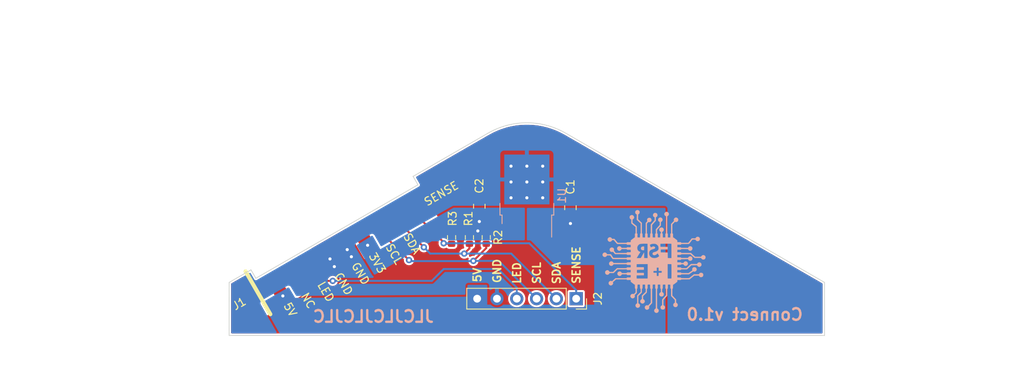
<source format=kicad_pcb>
(kicad_pcb (version 20211014) (generator pcbnew)
  (layers (0 "F.Cu" signal) (31 "B.Cu" signal) (34 "B.Paste" user) (35 "F.Paste" user) (36 "B.SilkS" user "B.Silkscreen") (37 "F.SilkS" user "F.Silkscreen") (38 "B.Mask" user) (39 "F.Mask" user) (44 "Edge.Cuts" user))
  (net 0 "")
  (net 1 "+3V3")
  (net 2 "GND")
  (net 3 "+5V")
  (net 5 "LED_IN")
  (net 6 "touch")
  (net 7 "I2C_SDA")
  (net 8 "I2C_SCL")
  (footprint "Resistor_SMD:R_0603_1608Metric" (layer "F.Cu") (at -5.207 16.256 90)
    (fp_text reference "R2" (at 0 1.524 90) (layer "F.SilkS"))
    (fp_text value "2k2")
    (pad "1" smd roundrect (at -0.825 0 90) (size 0.8 0.95) (layers "F.Cu" "F.Paste" "F.Mask") (net 8 "I2C_SCL"))
    (pad "2" smd roundrect (at 0.825 0 90) (size 0.8 0.95) (layers "F.Cu" "F.Paste" "F.Mask") (net 1 "+3V3"))
  )
  (footprint "Connector_PinSocket_2.54mm:PinSocket_1x06_P2.54mm_Vertical" (layer "F.Cu") (at 6.325 24.13 -90)
    (fp_text reference "J2" (at 0 -2.77 90) (layer "F.SilkS"))
    (fp_text value "Conn_01x06_Female")
    (pad "1" thru_hole rect (at 0 0 270) (size 1.7 1.7) (drill 1) (layers *.Cu *.Mask) (net 6 "touch"))
    (pad "2" thru_hole oval (at 0 2.54 270) (size 1.7 1.7) (drill 1) (layers *.Cu *.Mask) (net 7 "I2C_SDA"))
    (pad "3" thru_hole oval (at 0 5.08 270) (size 1.7 1.7) (drill 1) (layers *.Cu *.Mask) (net 8 "I2C_SCL"))
    (pad "4" thru_hole oval (at 0 7.62 270) (size 1.7 1.7) (drill 1) (layers *.Cu *.Mask) (net 5 "LED_IN"))
    (pad "5" thru_hole oval (at 0 10.16 270) (size 1.7 1.7) (drill 1) (layers *.Cu *.Mask) (net 2 "GND"))
    (pad "6" thru_hole oval (at 0 12.7 270) (size 1.7 1.7) (drill 1) (layers *.Cu *.Mask) (net 3 "+5V"))
  )
  (footprint "Capacitor_SMD:C_0805_2012Metric" (layer "F.Cu") (at 5.588 12.446 90)
    (fp_text reference "C1" (at 2.667 0 90) (layer "F.SilkS"))
    (fp_text value "10uF")
    (pad "1" smd roundrect (at -0.95 0 90) (size 1 1.45) (layers "F.Cu" "F.Paste" "F.Mask") (net 3 "+5V"))
    (pad "2" smd roundrect (at 0.95 0 90) (size 1 1.45) (layers "F.Cu" "F.Paste" "F.Mask") (net 2 "GND"))
  )
  (footprint "Resistor_SMD:R_0603_1608Metric" (layer "F.Cu") (at -9.652 16.256 90)
    (fp_text reference "R3" (at 2.413 0.127 90) (layer "F.SilkS"))
    (fp_text value "1k")
    (pad "1" smd roundrect (at -0.825 0 90) (size 0.8 0.95) (layers "F.Cu" "F.Paste" "F.Mask") (net 6 "touch"))
    (pad "2" smd roundrect (at 0.825 0 90) (size 0.8 0.95) (layers "F.Cu" "F.Paste" "F.Mask") (net 1 "+3V3"))
  )
  (footprint "Resistor_SMD:R_0603_1608Metric" (layer "F.Cu") (at -7.366 16.256 90)
    (fp_text reference "R1" (at 2.413 -0.127 90) (layer "F.SilkS"))
    (fp_text value "2k2")
    (pad "1" smd roundrect (at -0.825 0 90) (size 0.8 0.95) (layers "F.Cu" "F.Paste" "F.Mask") (net 7 "I2C_SDA"))
    (pad "2" smd roundrect (at 0.825 0 90) (size 0.8 0.95) (layers "F.Cu" "F.Paste" "F.Mask") (net 1 "+3V3"))
  )
  (footprint "Capacitor_SMD:C_0805_2012Metric" (layer "F.Cu") (at -6.096 12.258 90)
    (fp_text reference "C2" (at 2.606 0 90) (layer "F.SilkS"))
    (fp_text value "10uF")
    (pad "1" smd roundrect (at -0.95 0 90) (size 1 1.45) (layers "F.Cu" "F.Paste" "F.Mask") (net 1 "+3V3"))
    (pad "2" smd roundrect (at 0.95 0 90) (size 1 1.45) (layers "F.Cu" "F.Paste" "F.Mask") (net 2 "GND"))
  )
  (footprint "fsr:1x09_EdgeConnect_Flip" (layer "F.Cu") (at -23.484833 17.023076 120)
    (fp_text reference "J1" (at -0.01 -15.494 30) (layer "F.SilkS"))
    (fp_text value "Connect")
    (pad "1" smd rect (at -0.508 -10.16 120) (size 3.75 1.7) (layers "F.Cu" "F.Paste" "F.Mask") (net 3 "+5V"))
    (pad "2" smd rect (at -0.556 -7.62 120) (size 3.75 1.7) (layers "F.Cu" "F.Paste" "F.Mask"))
    (pad "3" smd rect (at -0.556 -5.08 120) (size 3.75 1.7) (layers "F.Cu" "F.Paste" "F.Mask") (net 5 "LED_IN"))
    (pad "4" smd rect (at -0.556 -2.54 120) (size 3.75 1.7) (layers "F.Cu" "F.Paste" "F.Mask") (net 2 "GND"))
    (pad "5" smd rect (at -0.556 0 120) (size 3.75 1.7) (layers "F.Cu" "F.Paste" "F.Mask") (net 2 "GND"))
    (pad "6" smd rect (at -0.556 2.54 120) (size 3.75 1.7) (layers "F.Cu" "F.Paste" "F.Mask") (net 1 "+3V3"))
    (pad "7" smd rect (at -0.556 5.08 120) (size 3.75 1.7) (layers "F.Cu" "F.Paste" "F.Mask") (net 8 "I2C_SCL"))
    (pad "8" smd rect (at -0.556 7.62 120) (size 3.75 1.7) (layers "F.Cu" "F.Paste" "F.Mask") (net 7 "I2C_SDA"))
    (pad "9" smd rect (at -0.508 10.16 120) (size 3.75 1.7) (layers "F.Cu" "F.Paste" "F.Mask") (net 6 "touch"))
  )
  (footprint "Package_TO_SOT_SMD:TO-252-2" (layer "B.Cu") (at 0 10.922 90)
    (fp_text reference "U1" (at 0 4.5 90) (layer "B.SilkS") (effects (justify mirror)))
    (fp_text value "LF30")
    (pad "1" smd rect (at -4.2 2.28 90) (size 2.2 1.2) (layers "B.Cu" "B.Paste" "B.Mask") (net 3 "+5V"))
    (pad "2" smd rect (at 2.1 0 90) (size 6.4 5.8) (layers "B.Cu" "B.Mask") (net 2 "GND"))
    (pad "3" smd rect (at -4.2 -2.28 90) (size 2.2 1.2) (layers "B.Cu" "B.Paste" "B.Mask") (net 1 "+3V3"))
  )
  (footprint "fsr:FSR_Logo_Small" (layer "B.Cu") (at 16.301844 19.292545 180)
    (fp_text reference "G***" hide)
    (fp_text value "LOGO" hide)
  )
  (gr_arc (start -4.986407 2.878903) (mid 0.008662 1.543392) (end 5.001407 2.887563) (layer "Edge.Cuts") (width 0.1))
  (gr_line (start 38.1762 28.849999) (end 38.1762 28.849999) (layer "Edge.Cuts") (width 0.1))
  (gr_line (start -38.173723 22.039608) (end -37.084755 21.410892) (layer "Edge.Cuts") (width 0.1))
  (gr_line (start -13.967528 9.507532) (end -14.592529 8.425) (layer "Edge.Cuts") (width 0.1))
  (gr_line (start 38.1762 28.85) (end -38.176391 28.847028) (layer "Edge.Cuts") (width 0.1))
  (gr_line (start -37.084755 21.410892) (end -35.377138 20.424999) (layer "Edge.Cuts") (width 0.1))
  (gr_line (start 5.001407 2.887563) (end 38.178868 22.042579) (layer "Edge.Cuts") (width 0.1))
  (gr_line (start -14.592529 8.425) (end -4.986407 2.878903) (layer "Edge.Cuts") (width 0.1))
  (gr_line (start -38.173723 22.039608) (end -38.176391 28.847028) (layer "Edge.Cuts") (width 0.1))
  (gr_line (start -35.377138 20.424999) (end -34.752139 21.507532) (layer "Edge.Cuts") (width 0.1))
  (gr_line (start -34.752138 21.507532) (end -13.967529 9.507532) (layer "Edge.Cuts") (width 0.1))
  (gr_line (start 38.178868 22.042579) (end 38.1762 28.85) (layer "Edge.Cuts") (width 0.1))
  (gr_text "JLCJLCJLCJLC" (at -19.685 26.416) (layer "B.SilkS") (effects (font (size 1.5 1.5) (thickness 0.3)) (justify mirror)))
  (gr_text "Connect v1.0" (at 27.94 26.162) (layer "B.SilkS") (effects (font (size 1.5 1.5) (thickness 0.3)) (justify mirror)))
  (gr_text "LED" (at -1.27 20.828 90) (layer "F.SilkS") (effects (font (size 1 1) (thickness 0.2))))
  (gr_text "GND" (at -23.495 22.225 300) (layer "F.SilkS") (effects (font (size 1 1))))
  (gr_text "5V" (at -30.353 25.527 300) (layer "F.SilkS") (effects (font (size 1 1))))
  (gr_text "SCL" (at 1.27 20.828 90) (layer "F.SilkS") (effects (font (size 1 1) (thickness 0.2))))
  (gr_text "SENSE" (at -10.9728 10.6426 30) (layer "F.SilkS") (effects (font (size 1 1))))
  (gr_text "GND" (at -21.336 20.9042 300) (layer "F.SilkS") (effects (font (size 1 1))))
  (gr_text "SENSE" (at 6.35 19.812 90) (layer "F.SilkS") (effects (font (size 1 1) (thickness 0.2))))
  (gr_text "3V3" (at -19.177 19.558 300) (layer "F.SilkS") (effects (font (size 1 1))))
  (gr_text "SDA\n" (at -14.732 17.0688 300) (layer "F.SilkS") (effects (font (size 1 1))))
  (gr_text "5V" (at -6.35 21.082 90) (layer "F.SilkS") (effects (font (size 1 1) (thickness 0.2))))
  (gr_text "LED" (at -25.781 23.241 300) (layer "F.SilkS") (effects (font (size 1 1))))
  (gr_text "SCL" (at -17.018 18.415 300) (layer "F.SilkS") (effects (font (size 1 1))))
  (gr_text "GND\n" (at -3.81 20.574 90) (layer "F.SilkS") (effects (font (size 1 1) (thickness 0.2))))
  (gr_text "NC" (at -28.067 24.384 300) (layer "F.SilkS") (effects (font (size 1 1))))
  (gr_text "SDA" (at 3.81 20.828 90) (layer "F.SilkS") (effects (font (size 1 1) (thickness 0.2))))
  (segment (start -9.652 15.431) (end -6.794 15.431) (width 0.25) (layer "F.Cu") (net 1))
  (segment (start -6.096 13.208) (end -6.096 14.224) (width 0.25) (layer "F.Cu") (net 1))
  (segment (start -5.207 15.431) (end -6.287 15.431) (width 0.25) (layer "F.Cu") (net 1))
  (segment (start -6.287 15.431) (end -6.794 15.431) (width 0.25) (layer "F.Cu") (net 1))
  (segment (start -9.652 15.431) (end -8.572 15.431) (width 0.25) (layer "F.Cu") (net 1))
  (segment (start -6.794 15.431) (end -7.366 15.431) (width 0.25) (layer "F.Cu") (net 1))
  (via (at -20.4216 17.272) (size 0.8) (drill 0.4) (layers "F.Cu" "B.Cu") (net 1))
  (via (at -6.287 15.431) (size 0.8) (drill 0.4) (layers "F.Cu" "B.Cu") (net 1))
  (via (at -6.096 14.224) (size 0.8) (drill 0.4) (layers "F.Cu" "B.Cu") (net 1))
  (via (at 2.032 7.112) (size 0.8) (drill 0.4) (layers "F.Cu" "B.Cu") (net 2))
  (via (at 0 11.176) (size 0.8) (drill 0.4) (layers "F.Cu" "B.Cu") (net 2))
  (via (at -2.032 9.144) (size 0.8) (drill 0.4) (layers "F.Cu" "B.Cu") (net 2))
  (via (at -25.2476 19.0246) (size 0.8) (drill 0.4) (layers "F.Cu" "B.Cu") (net 2))
  (via (at 0 9.144) (size 0.8) (drill 0.4) (layers "F.Cu" "B.Cu") (net 2))
  (via (at -23.0378 17.8308) (size 0.8) (drill 0.4) (layers "F.Cu" "B.Cu") (net 2))
  (via (at -24.6888 20.0152) (size 0.8) (drill 0.4) (layers "F.Cu" "B.Cu") (net 2))
  (via (at -22.5044 18.7452) (size 0.8) (drill 0.4) (layers "F.Cu" "B.Cu") (net 2))
  (via (at 0 7.112) (size 0.8) (drill 0.4) (layers "F.Cu" "B.Cu") (net 2))
  (via (at 2.032 11.176) (size 0.8) (drill 0.4) (layers "F.Cu" "B.Cu") (net 2))
  (via (at -2.032 7.112) (size 0.8) (drill 0.4) (layers "F.Cu" "B.Cu") (net 2))
  (via (at 2.032 9.144) (size 0.8) (drill 0.4) (layers "F.Cu" "B.Cu") (net 2))
  (via (at -2.032 11.176) (size 0.8) (drill 0.4) (layers "F.Cu" "B.Cu") (net 2))
  (segment (start 5.588 13.396) (end 5.588 14.478) (width 0.25) (layer "F.Cu") (net 3))
  (via (at -31.2928 23.7744) (size 0.8) (drill 0.4) (layers "F.Cu" "B.Cu") (net 3))
  (via (at 5.588 14.478) (size 0.8) (drill 0.4) (layers "F.Cu" "B.Cu") (net 3))
  (segment (start -25.806828 21.844) (end -24.892 21.844) (width 0.25) (layer "F.Cu") (net 5))
  (segment (start -27.606242 20.044586) (end -25.806828 21.844) (width 0.25) (layer "F.Cu") (net 5))
  (via (at -24.892 21.844) (size 0.8) (drill 0.4) (layers "F.Cu" "B.Cu") (net 5))
  (segment (start -10.668 20.32) (end -12.192 21.844) (width 0.25) (layer "B.Cu") (net 5))
  (segment (start -1.295 22.708) (end -3.683 20.32) (width 0.25) (layer "B.Cu") (net 5))
  (segment (start -1.295 24.13) (end -1.295 22.708) (width 0.25) (layer "B.Cu") (net 5))
  (segment (start -3.683 20.32) (end -10.668 20.32) (width 0.25) (layer "B.Cu") (net 5))
  (segment (start -12.192 21.844) (end -24.892 21.844) (width 0.25) (layer "B.Cu") (net 5))
  (segment (start -9.652 17.081) (end -10.605 17.081) (width 0.25) (layer "F.Cu") (net 6))
  (segment (start -10.668 17.018) (end -10.668 16.891) (width 0.25) (layer "F.Cu") (net 6))
  (segment (start -10.605 17.081) (end -10.668 17.018) (width 0.25) (layer "F.Cu") (net 6))
  (segment (start -10.668 16.891) (end -14.432015 13.126985) (width 0.25) (layer "F.Cu") (net 6))
  (segment (start -14.432015 13.126985) (end -14.432015 12.383017) (width 0.25) (layer "F.Cu") (net 6))
  (via (at -10.668 17.018) (size 0.8) (drill 0.4) (layers "F.Cu" "B.Cu") (net 6))
  (segment (start 6.325 23.03) (end 0.313 17.018) (width 0.25) (layer "B.Cu") (net 6))
  (segment (start 0.313 17.018) (end -10.668 17.018) (width 0.25) (layer "B.Cu") (net 6))
  (segment (start 6.325 24.13) (end 6.325 23.03) (width 0.25) (layer "B.Cu") (net 6))
  (segment (start -7.366 17.6784) (end -8.0264 18.3388) (width 0.25) (layer "F.Cu") (net 7))
  (segment (start -16.607719 14.126281) (end -13.208 17.526) (width 0.25) (layer "F.Cu") (net 7))
  (segment (start -16.607719 13.694586) (end -16.607719 14.126281) (width 0.25) (layer "F.Cu") (net 7))
  (segment (start -7.366 17.081) (end -7.366 17.6784) (width 0.25) (layer "F.Cu") (net 7))
  (via (at -13.208 17.526) (size 0.8) (drill 0.4) (layers "F.Cu" "B.Cu") (net 7))
  (via (at -8.0264 18.3388) (size 0.8) (drill 0.4) (layers "F.Cu" "B.Cu") (net 7))
  (segment (start -13.208 17.526) (end -12.3952 18.3388) (width 0.25) (layer "B.Cu") (net 7))
  (segment (start -2.0062 18.3388) (end -8.0264 18.3388) (width 0.25) (layer "B.Cu") (net 7))
  (segment (start -12.3952 18.3388) (end -8.0264 18.3388) (width 0.25) (layer "B.Cu") (net 7))
  (segment (start 3.785 24.13) (end -2.0062 18.3388) (width 0.25) (layer "B.Cu") (net 7))
  (segment (start -5.207 17.6276) (end -6.858 19.2786) (width 0.25) (layer "F.Cu") (net 8))
  (segment (start -18.807424 14.964586) (end -18.807424 15.482576) (width 0.25) (layer "F.Cu") (net 8))
  (segment (start -18.807424 15.482576) (end -15.113 19.177) (width 0.25) (layer "F.Cu") (net 8))
  (segment (start -5.207 17.081) (end -5.207 17.6276) (width 0.25) (layer "F.Cu") (net 8))
  (via (at -6.858 19.2786) (size 0.8) (drill 0.4) (layers "F.Cu" "B.Cu") (net 8))
  (via (at -15.113 19.177) (size 0.8) (drill 0.4) (layers "F.Cu" "B.Cu") (net 8))
  (segment (start 1.245 24.13) (end -3.6064 19.2786) (width 0.25) (layer "B.Cu") (net 8))
  (segment (start -14.986 19.304) (end -6.8834 19.304) (width 0.25) (layer "B.Cu") (net 8))
  (segment (start -15.113 19.177) (end -14.986 19.304) (width 0.25) (layer "B.Cu") (net 8))
  (segment (start -6.8834 19.304) (end -6.858 19.2786) (width 0.25) (layer "B.Cu") (net 8))
  (segment (start -3.6064 19.2786) (end -6.858 19.2786) (width 0.25) (layer "B.Cu") (net 8))
  (zone (net 2) (net_name "GND") (layer "F.Cu") (connect_pads yes (clearance 0.254)) (min_thickness 0.254) (fill yes (thermal_gap 0.508) (thermal_bridge_width 0.508))
    (polygon (pts (xy 52.803391 30.367763) (xy -53.876609 30.367763) (xy -37.112609 20.207763) (xy -33.528 26.416) (xy -25.440136 21.774069) (xy -26.690068 19.523034) (xy -27.94 17.272) (xy -23.368 14.732) (xy -20.828 19.05) (xy -11.43 13.603763) (xy -14.760609 7.507763) (xy -6.124609 -2.144237) (xy 52.803391 -0.112237)))
  )
  (zone (net 3) (net_name "+5V") (layer "B.Cu") (priority 2) (connect_pads yes (clearance 0.254)) (min_thickness 0.254) (fill yes (thermal_gap 0.508) (thermal_bridge_width 0.508))
    (polygon (pts (xy 17.78 28.956) (xy -31.496 28.956) (xy -33.968788 24.62862) (xy -30.5308 22.6568) (xy -29.718 24.0284) (xy -7.62 23.876) (xy -7.62 22.352) (xy -5.08 22.352) (xy -5.08 24.892) (xy 8.636 24.892) (xy 8.636 19.812) (xy 0 19.812) (xy 0 12.4714) (xy 17.78 12.4714)))
  )
  (zone (net 1) (net_name "+3V3") (layer "B.Cu") (priority 1) (connect_pads yes (clearance 0.254)) (min_thickness 0.254) (fill yes (thermal_gap 0.508) (thermal_bridge_width 0.508))
    (polygon (pts (xy -0.0508 16.764) (xy -12.192 16.764) (xy -19.558 21.082) (xy -21.844 17.272) (xy -19.812 16.002) (xy -18.796 17.78) (xy -9.398 12.446) (xy -0.0508 12.446)))
  )
  (zone (net 2) (net_name "GND") (layer "B.Cu") (connect_pads (clearance 0.254)) (min_thickness 0.254) (fill yes (thermal_gap 0.508) (thermal_bridge_width 0.508))
    (polygon (pts (xy 61.722 -6.096) (xy 63.754 33.528) (xy -67.564 34.544) (xy -54.356 20.066) (xy -53.848 20.066) (xy 2.286 -14.224)))
  )
)
</source>
